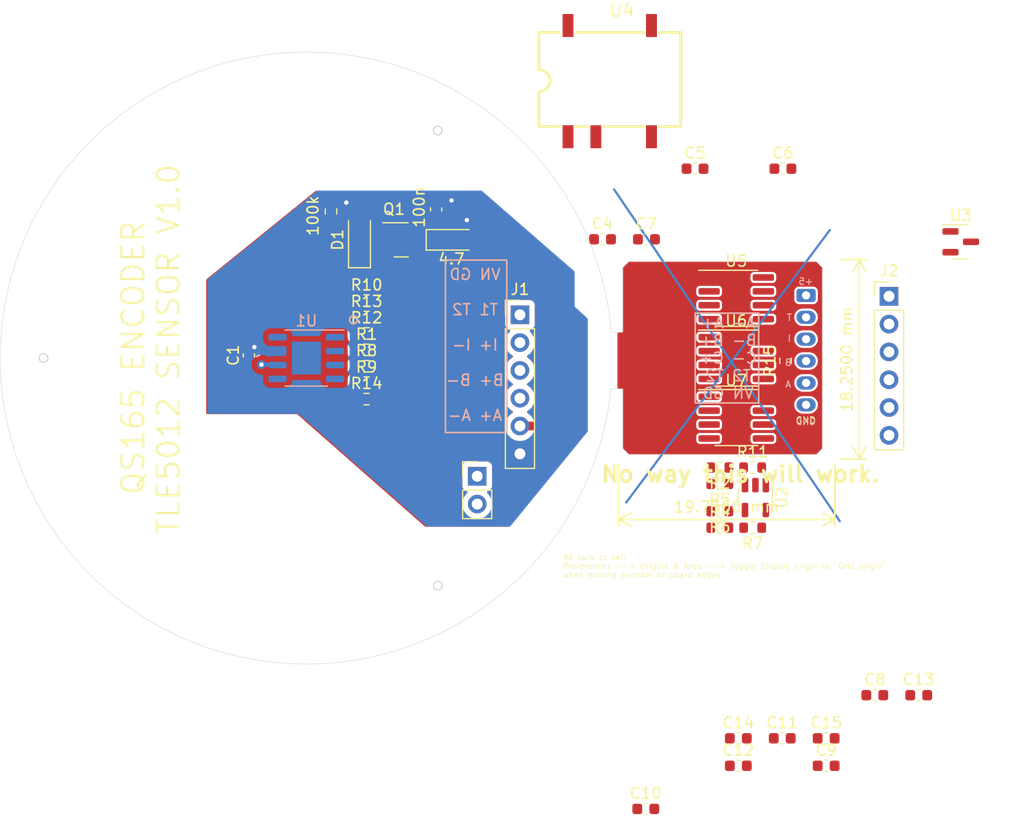
<source format=kicad_pcb>
(kicad_pcb (version 20211014) (generator pcbnew)
  (layers (0 "F.Cu" signal) (31 "B.Cu" signal) (34 "B.Paste" user) (35 "F.Paste" user) (36 "B.SilkS" user "B.Silkscreen") (37 "F.SilkS" user "F.Silkscreen") (38 "B.Mask" user) (39 "F.Mask" user) (44 "Edge.Cuts" user))
  (net 0 "")
  (net 1 "+5V")
  (net 2 "GND")
  (net 3 "_+5")
  (net 4 "VIN")
  (net 5 "Net-(D1-Pad2)")
  (net 12 "_TEMP")
  (net 16 "A+5V")
  (net 17 "AGND")
  (net 18 "B+5V")
  (net 19 "BGND")
  (net 20 "TEMP")
  (net 21 "TRM1")
  (net 22 "_GND")
  (net 23 "TRM2")
  (net 24 "Net-(R1-Pad1)")
  (net 25 "SCK")
  (net 26 "+3V3")
  (net 28 "ATRM1")
  (net 29 "ATRM2")
  (net 30 "Net-(R5-Pad1)")
  (net 31 "Net-(R6-Pad1)")
  (net 32 "Net-(R8-Pad1)")
  (net 33 "CSQ")
  (net 34 "Net-(R9-Pad1)")
  (net 35 "MOSI")
  (net 36 "Net-(R10-Pad1)")
  (net 37 "IFA")
  (net 38 "Net-(U1-Pad1)")
  (net 39 "IFC")
  (net 40 "Net-(U1-Pad8)")
  (net 41 "IFB")
  (net 42 "MISO")
  (net 43 "BMOSI")
  (net 44 "BMISO")
  (net 45 "BCSQ")
  (net 46 "BSCLK")
  (net 47 "ASCLK")
  (net 48 "ACSQ")
  (net 49 "AMISO")
  (net 50 "AMOSI")
  (footprint "Resistor_SMD:R_0603_1608Metric" (layer "F.Cu") (at 139.35 87.7 180)
    (fp_text reference "R5" (at 0 -1.43) (layer "F.SilkS"))
    (fp_text value "100k")
    (pad "1" smd roundrect (at -0.825 0 180) (size 0.8 0.95) (layers "F.Cu" "F.Paste" "F.Mask") (net 30 "Net-(R5-Pad1)"))
    (pad "2" smd roundrect (at 0.825 0 180) (size 0.8 0.95) (layers "F.Cu" "F.Paste" "F.Mask") (net 28 "ATRM1"))
  )
  (footprint "Resistor_SMD:R_0603_1608Metric" (layer "F.Cu") (at 107.1 78.45)
    (fp_text reference "R9" (at 0 -1.43) (layer "F.SilkS"))
    (fp_text value "470")
    (pad "1" smd roundrect (at -0.825 0) (size 0.8 0.95) (layers "F.Cu" "F.Paste" "F.Mask") (net 34 "Net-(R9-Pad1)"))
    (pad "2" smd roundrect (at 0.825 0) (size 0.8 0.95) (layers "F.Cu" "F.Paste" "F.Mask") (net 35 "MOSI"))
  )
  (footprint "Resistor_SMD:R_0603_1608Metric" (layer "F.Cu") (at 107.1 76.95)
    (fp_text reference "R8" (at 0 -1.43) (layer "F.SilkS"))
    (fp_text value "470")
    (pad "1" smd roundrect (at -0.825 0) (size 0.8 0.95) (layers "F.Cu" "F.Paste" "F.Mask") (net 32 "Net-(R8-Pad1)"))
    (pad "2" smd roundrect (at 0.825 0) (size 0.8 0.95) (layers "F.Cu" "F.Paste" "F.Mask") (net 33 "CSQ"))
  )
  (footprint "EASY_EDA:PWRM-SMD_B0505XT-1WR2" (layer "F.Cu") (at 129.3 50.9)
    (fp_text reference "U4" (at -0.127 -6.477) (layer "F.SilkS") (effects (font (size 1.143 1.143) (thickness 0.152)) (justify left)))
    (fp_text value "B0505T-1W" hide)
    (pad "1" smd rect (at -3.81 5.08) (size 1 2.1) (layers "F.Cu" "F.Paste" "F.Mask") (net 19 "BGND"))
    (pad "2" smd rect (at -1.27 5.08) (size 1 2.1) (layers "F.Cu" "F.Paste" "F.Mask") (net 18 "B+5V"))
    (pad "3" smd rect (at 3.81 5.08) (size 1 2.1) (layers "F.Cu" "F.Paste" "F.Mask") (net 17 "AGND"))
    (pad "4" smd rect (at 3.81 -5.08) (size 1 2.1) (layers "F.Cu" "F.Paste" "F.Mask") (net 16 "A+5V"))
    (pad "5" smd rect (at -3.81 -5.08) (size 1 2.1) (layers "F.Cu" "F.Paste" "F.Mask"))
  )
  (footprint "Capacitor_SMD:C_0603_1608Metric" (layer "F.Cu") (at 157.51 107)
    (fp_text reference "C13" (at 0 -1.43) (layer "F.SilkS"))
    (fp_text value "100n")
    (pad "1" smd roundrect (at -0.775 0) (size 0.9 0.95) (layers "F.Cu" "F.Paste" "F.Mask") (net 18 "B+5V"))
    (pad "2" smd roundrect (at 0.775 0) (size 0.9 0.95) (layers "F.Cu" "F.Paste" "F.Mask") (net 19 "BGND"))
  )
  (footprint "Capacitor_SMD:C_0603_1608Metric" (layer "F.Cu") (at 132.59 117.39)
    (fp_text reference "C10" (at 0 -1.43) (layer "F.SilkS"))
    (fp_text value "1uF")
    (pad "1" smd roundrect (at -0.775 0) (size 0.9 0.95) (layers "F.Cu" "F.Paste" "F.Mask") (net 16 "A+5V"))
    (pad "2" smd roundrect (at 0.775 0) (size 0.9 0.95) (layers "F.Cu" "F.Paste" "F.Mask") (net 17 "AGND"))
  )
  (footprint "Resistor_SMD:R_0603_1608Metric" (layer "F.Cu") (at 142.35 86.2)
    (fp_text reference "R11" (at 0 -1.43) (layer "F.SilkS"))
    (fp_text value "100k")
    (pad "1" smd roundrect (at -0.825 0) (size 0.8 0.95) (layers "F.Cu" "F.Paste" "F.Mask") (net 30 "Net-(R5-Pad1)"))
    (pad "2" smd roundrect (at 0.825 0) (size 0.8 0.95) (layers "F.Cu" "F.Paste" "F.Mask") (net 2 "GND"))
  )
  (footprint "Resistor_SMD:R_0603_1608Metric" (layer "F.Cu") (at 145.35 76.45 90)
    (fp_text reference "R15" (at 0 -1.43 90) (layer "F.SilkS"))
    (fp_text value "470")
    (pad "1" smd roundrect (at -0.825 0 90) (size 0.8 0.95) (layers "F.Cu" "F.Paste" "F.Mask") (net 43 "BMOSI"))
    (pad "2" smd roundrect (at 0.825 0 90) (size 0.8 0.95) (layers "F.Cu" "F.Paste" "F.Mask") (net 44 "BMISO"))
  )
  (footprint "Capacitor_SMD:C_0603_1608Metric" (layer "F.Cu") (at 145.11 58.9)
    (fp_text reference "C6" (at 0 -1.43) (layer "F.SilkS"))
    (fp_text value "100n")
    (pad "1" smd roundrect (at -0.775 0) (size 0.9 0.95) (layers "F.Cu" "F.Paste" "F.Mask") (net 18 "B+5V"))
    (pad "2" smd roundrect (at 0.775 0) (size 0.9 0.95) (layers "F.Cu" "F.Paste" "F.Mask") (net 19 "BGND"))
  )
  (footprint "Connector_JST:my_JST_1x06_P2.00mm_Vertical" (layer "F.Cu") (at 147.225 70.475 -90)
    (fp_text reference "J3" hide)
    (fp_text value "Conn_01x06")
    (pad "1" thru_hole roundrect (at 0 0 270) (size 1.2 1.75) (drill 0.75) (layers *.Cu *.Mask) (roundrect_rratio 0.208333) (net 3 "_+5"))
    (pad "2" thru_hole oval (at 2 0 270) (size 1.2 1.75) (drill 0.75) (layers *.Cu *.Mask) (net 12 "_TEMP"))
    (pad "3" thru_hole oval (at 4 0 270) (size 1.2 1.75) (drill 0.75) (layers *.Cu *.Mask))
    (pad "4" thru_hole oval (at 6 0 270) (size 1.2 1.75) (drill 0.75) (layers *.Cu *.Mask))
    (pad "5" thru_hole oval (at 8 0 270) (size 1.2 1.75) (drill 0.75) (layers *.Cu *.Mask))
    (pad "6" thru_hole oval (at 10 0 270) (size 1.2 1.75) (drill 0.75) (layers *.Cu *.Mask) (net 22 "_GND"))
  )
  (footprint "Capacitor_SMD:C_0603_1608Metric" (layer "F.Cu") (at 113.45 62.625 90)
    (fp_text reference "C2" hide)
    (fp_text value "100n" (at 0.225 -1.55 90) (layer "F.SilkS"))
    (pad "1" smd roundrect (at -0.775 0 90) (size 0.9 0.95) (layers "F.Cu" "F.Paste" "F.Mask") (net 4 "VIN"))
    (pad "2" smd roundrect (at 0.775 0 90) (size 0.9 0.95) (layers "F.Cu" "F.Paste" "F.Mask") (net 2 "GND"))
  )
  (footprint "Resistor_SMD:R_0603_1608Metric" (layer "F.Cu") (at 107.1 73.95)
    (fp_text reference "R12" (at 0 -1.43) (layer "F.SilkS"))
    (fp_text value "470")
    (pad "1" smd roundrect (at -0.825 0) (size 0.8 0.95) (layers "F.Cu" "F.Paste" "F.Mask") (net 38 "Net-(U1-Pad1)"))
    (pad "2" smd roundrect (at 0.825 0) (size 0.8 0.95) (layers "F.Cu" "F.Paste" "F.Mask") (net 39 "IFC"))
  )
  (footprint "Capacitor_SMD:C_0603_1608Metric" (layer "F.Cu") (at 137.09 58.9)
    (fp_text reference "C5" (at 0 -1.43) (layer "F.SilkS"))
    (fp_text value "100n")
    (pad "1" smd roundrect (at -0.775 0) (size 0.9 0.95) (layers "F.Cu" "F.Paste" "F.Mask") (net 16 "A+5V"))
    (pad "2" smd roundrect (at 0.775 0) (size 0.9 0.95) (layers "F.Cu" "F.Paste" "F.Mask") (net 17 "AGND"))
  )
  (footprint "Resistor_SMD:R_0603_1608Metric" (layer "F.Cu") (at 107.1 75.45)
    (fp_text reference "R1" (at 0 -1.43) (layer "F.SilkS"))
    (fp_text value "470")
    (pad "1" smd roundrect (at -0.825 0) (size 0.8 0.95) (layers "F.Cu" "F.Paste" "F.Mask") (net 24 "Net-(R1-Pad1)"))
    (pad "2" smd roundrect (at 0.825 0) (size 0.8 0.95) (layers "F.Cu" "F.Paste" "F.Mask") (net 25 "SCK"))
  )
  (footprint "Resistor_SMD:R_0603_1608Metric" (layer "F.Cu") (at 139.35 91.7)
    (fp_text reference "R4" (at 0 -1.43) (layer "F.SilkS"))
    (fp_text value "5.1k")
    (pad "1" smd roundrect (at -0.825 0) (size 0.8 0.95) (layers "F.Cu" "F.Paste" "F.Mask") (net 29 "ATRM2"))
    (pad "2" smd roundrect (at 0.825 0) (size 0.8 0.95) (layers "F.Cu" "F.Paste" "F.Mask") (net 2 "GND"))
  )
  (footprint "Capacitor_SMD:C_0603_1608Metric" (layer "F.Cu") (at 145.05 110.94)
    (fp_text reference "C11" (at 0 -1.43) (layer "F.SilkS"))
    (fp_text value "100n")
    (pad "1" smd roundrect (at -0.775 0) (size 0.9 0.95) (layers "F.Cu" "F.Paste" "F.Mask") (net 16 "A+5V"))
    (pad "2" smd roundrect (at 0.775 0) (size 0.9 0.95) (layers "F.Cu" "F.Paste" "F.Mask") (net 17 "AGND"))
  )
  (footprint "Capacitor_SMD:C_0603_1608Metric" (layer "F.Cu") (at 149.06 110.94)
    (fp_text reference "C15" (at 0 -1.43) (layer "F.SilkS"))
    (fp_text value "1uF")
    (pad "1" smd roundrect (at -0.775 0) (size 0.9 0.95) (layers "F.Cu" "F.Paste" "F.Mask") (net 18 "B+5V"))
    (pad "2" smd roundrect (at 0.775 0) (size 0.9 0.95) (layers "F.Cu" "F.Paste" "F.Mask") (net 19 "BGND"))
  )
  (footprint "Connector_PinHeader_2.54mm:PinHeader_1x02_P2.54mm_Vertical" (layer "F.Cu") (at 117.2 87)
    (fp_text reference "J4" hide)
    (fp_text value "Conn_01x02_Male" hide)
    (pad "1" thru_hole rect (at 0 0) (size 1.7 1.7) (drill 1) (layers *.Cu *.Mask) (net 21 "TRM1"))
    (pad "2" thru_hole oval (at 0 2.54) (size 1.7 1.7) (drill 1) (layers *.Cu *.Mask) (net 23 "TRM2"))
  )
  (footprint "Capacitor_SMD:C_0603_1608Metric" (layer "F.Cu") (at 141.04 113.45)
    (fp_text reference "C12" (at 0 -1.43) (layer "F.SilkS"))
    (fp_text value "100n")
    (pad "1" smd roundrect (at -0.775 0) (size 0.9 0.95) (layers "F.Cu" "F.Paste" "F.Mask") (net 18 "B+5V"))
    (pad "2" smd roundrect (at 0.775 0) (size 0.9 0.95) (layers "F.Cu" "F.Paste" "F.Mask") (net 19 "BGND"))
  )
  (footprint "Package_TO_SOT_SMD:SOT-23" (layer "F.Cu") (at 110.25 65.4)
    (fp_text reference "Q1" (at -0.65 -2.8) (layer "F.SilkS"))
    (fp_text value "Si2319CDS")
    (pad "1" smd roundrect (at -0.9375 -0.95) (size 1.475 0.6) (layers "F.Cu" "F.Paste" "F.Mask") (net 5 "Net-(D1-Pad2)"))
    (pad "2" smd roundrect (at -0.9375 0.95) (size 1.475 0.6) (layers "F.Cu" "F.Paste" "F.Mask") (net 1 "+5V"))
    (pad "3" smd roundrect (at 0.9375 0) (size 1.475 0.6) (layers "F.Cu" "F.Paste" "F.Mask") (net 4 "VIN"))
  )
  (footprint "Package_SO:SOIC-8_3.9x4.9mm_P1.27mm" (layer "F.Cu") (at 140.85 76.2)
    (fp_text reference "U6" (at 0 -3.4) (layer "F.SilkS"))
    (fp_text value "CA-IS3721C")
    (pad "1" smd roundrect (at -2.475 -1.905) (size 1.95 0.6) (layers "F.Cu" "F.Paste" "F.Mask") (net 16 "A+5V"))
    (pad "2" smd roundrect (at -2.475 -0.635) (size 1.95 0.6) (layers "F.Cu" "F.Paste" "F.Mask") (net 49 "AMISO"))
    (pad "3" smd roundrect (at -2.475 0.635) (size 1.95 0.6) (layers "F.Cu" "F.Paste" "F.Mask") (net 50 "AMOSI"))
    (pad "4" smd roundrect (at -2.475 1.905) (size 1.95 0.6) (layers "F.Cu" "F.Paste" "F.Mask") (net 17 "AGND"))
    (pad "5" smd roundrect (at 2.475 1.905) (size 1.95 0.6) (layers "F.Cu" "F.Paste" "F.Mask") (net 19 "BGND"))
    (pad "6" smd roundrect (at 2.475 0.635) (size 1.95 0.6) (layers "F.Cu" "F.Paste" "F.Mask") (net 43 "BMOSI"))
    (pad "7" smd roundrect (at 2.475 -0.635) (size 1.95 0.6) (layers "F.Cu" "F.Paste" "F.Mask") (net 44 "BMISO"))
    (pad "8" smd roundrect (at 2.475 -1.905) (size 1.95 0.6) (layers "F.Cu" "F.Paste" "F.Mask") (net 18 "B+5V"))
  )
  (footprint "Resistor_SMD:R_0603_1608Metric" (layer "F.Cu") (at 107.1 70.95)
    (fp_text reference "R10" (at 0 -1.43) (layer "F.SilkS"))
    (fp_text value "470")
    (pad "1" smd roundrect (at -0.825 0) (size 0.8 0.95) (layers "F.Cu" "F.Paste" "F.Mask") (net 36 "Net-(R10-Pad1)"))
    (pad "2" smd roundrect (at 0.825 0) (size 0.8 0.95) (layers "F.Cu" "F.Paste" "F.Mask") (net 37 "IFA"))
  )
  (footprint "Capacitor_SMD:C_0603_1608Metric" (layer "F.Cu") (at 128.64 65.35)
    (fp_text reference "C4" (at 0 -1.43) (layer "F.SilkS"))
    (fp_text value "100n")
    (pad "1" smd roundrect (at -0.775 0) (size 0.9 0.95) (layers "F.Cu" "F.Paste" "F.Mask") (net 16 "A+5V"))
    (pad "2" smd roundrect (at 0.775 0) (size 0.9 0.95) (layers "F.Cu" "F.Paste" "F.Mask") (net 17 "AGND"))
  )
  (footprint "Diode_SMD:D_MiniMELF" (layer "F.Cu") (at 106.45 65.4 90)
    (fp_text reference "D1" (at 0 -2 90) (layer "F.SilkS"))
    (fp_text value "BZV55B10")
    (pad "1" smd rect (at -1.75 0 90) (size 1.3 1.7) (layers "F.Cu" "F.Paste" "F.Mask") (net 1 "+5V"))
    (pad "2" smd rect (at 1.75 0 90) (size 1.3 1.7) (layers "F.Cu" "F.Paste" "F.Mask") (net 5 "Net-(D1-Pad2)"))
  )
  (footprint "Capacitor_SMD:C_0603_1608Metric" (layer "F.Cu") (at 96.35 75.95 90)
    (fp_text reference "C1" (at 0 -1.43 90) (layer "F.SilkS"))
    (fp_text value "100n")
    (pad "1" smd roundrect (at -0.775 0 90) (size 0.9 0.95) (layers "F.Cu" "F.Paste" "F.Mask") (net 1 "+5V"))
    (pad "2" smd roundrect (at 0.775 0 90) (size 0.9 0.95) (layers "F.Cu" "F.Paste" "F.Mask") (net 2 "GND"))
  )
  (footprint "Package_TO_SOT_SMD:SOT-23" (layer "F.Cu") (at 161.35 65.58)
    (fp_text reference "U3" (at 0 -2.4) (layer "F.SilkS"))
    (fp_text value "XC6206PxxxMR")
    (pad "1" smd roundrect (at -0.9375 -0.95) (size 1.475 0.6) (layers "F.Cu" "F.Paste" "F.Mask") (net 2 "GND"))
    (pad "2" smd roundrect (at -0.9375 0.95) (size 1.475 0.6) (layers "F.Cu" "F.Paste" "F.Mask") (net 26 "+3V3"))
    (pad "3" smd roundrect (at 0.9375 0) (size 1.475 0.6) (layers "F.Cu" "F.Paste" "F.Mask") (net 1 "+5V"))
  )
  (footprint "Package_TO_SOT_SMD:SOT-23-5" (layer "F.Cu") (at 142.6 88.95 -90)
    (fp_text reference "U2" (at 0 -2.4 90) (layer "F.SilkS"))
    (fp_text value "MCP6L01Rx-xOT")
    (pad "1" smd roundrect (at -1.1375 -0.95 270) (size 1.325 0.6) (layers "F.Cu" "F.Paste" "F.Mask") (net 20 "TEMP"))
    (pad "2" smd roundrect (at -1.1375 0 270) (size 1.325 0.6) (layers "F.Cu" "F.Paste" "F.Mask") (net 1 "+5V"))
    (pad "3" smd roundrect (at -1.1375 0.95 270) (size 1.325 0.6) (layers "F.Cu" "F.Paste" "F.Mask") (net 30 "Net-(R5-Pad1)"))
    (pad "4" smd roundrect (at 1.1375 0.95 270) (size 1.325 0.6) (layers "F.Cu" "F.Paste" "F.Mask") (net 31 "Net-(R6-Pad1)"))
    (pad "5" smd roundrect (at 1.1375 -0.95 270) (size 1.325 0.6) (layers "F.Cu" "F.Paste" "F.Mask") (net 2 "GND"))
  )
  (footprint "Capacitor_SMD:C_0603_1608Metric" (layer "F.Cu") (at 141.04 110.94)
    (fp_text reference "C14" (at 0 -1.43) (layer "F.SilkS"))
    (fp_text value "1uF")
    (pad "1" smd roundrect (at -0.775 0) (size 0.9 0.95) (layers "F.Cu" "F.Paste" "F.Mask") (net 18 "B+5V"))
    (pad "2" smd roundrect (at 0.775 0) (size 0.9 0.95) (layers "F.Cu" "F.Paste" "F.Mask") (net 19 "BGND"))
  )
  (footprint "Capacitor_SMD:C_0603_1608Metric" (layer "F.Cu") (at 153.5 107)
    (fp_text reference "C8" (at 0 -1.43) (layer "F.SilkS"))
    (fp_text value "100n")
    (pad "1" smd roundrect (at -0.775 0) (size 0.9 0.95) (layers "F.Cu" "F.Paste" "F.Mask") (net 16 "A+5V"))
    (pad "2" smd roundrect (at 0.775 0) (size 0.9 0.95) (layers "F.Cu" "F.Paste" "F.Mask") (net 17 "AGND"))
  )
  (footprint "Package_SO:SOIC-8_3.9x4.9mm_P1.27mm" (layer "F.Cu") (at 140.85 81.64)
    (fp_text reference "U7" (at 0 -3.4) (layer "F.SilkS"))
    (fp_text value "CA-IS3721C")
    (pad "1" smd roundrect (at -2.475 -1.905) (size 1.95 0.6) (layers "F.Cu" "F.Paste" "F.Mask") (net 16 "A+5V"))
    (pad "2" smd roundrect (at -2.475 -0.635) (size 1.95 0.6) (layers "F.Cu" "F.Paste" "F.Mask"))
    (pad "3" smd roundrect (at -2.475 0.635) (size 1.95 0.6) (layers "F.Cu" "F.Paste" "F.Mask"))
    (pad "4" smd roundrect (at -2.475 1.905) (size 1.95 0.6) (layers "F.Cu" "F.Paste" "F.Mask") (net 17 "AGND"))
    (pad "5" smd roundrect (at 2.475 1.905) (size 1.95 0.6) (layers "F.Cu" "F.Paste" "F.Mask") (net 19 "BGND"))
    (pad "6" smd roundrect (at 2.475 0.635) (size 1.95 0.6) (layers "F.Cu" "F.Paste" "F.Mask"))
    (pad "7" smd roundrect (at 2.475 -0.635) (size 1.95 0.6) (layers "F.Cu" "F.Paste" "F.Mask"))
    (pad "8" smd roundrect (at 2.475 -1.905) (size 1.95 0.6) (layers "F.Cu" "F.Paste" "F.Mask") (net 18 "B+5V"))
  )
  (footprint "Connector_PinHeader_2.54mm:PinHeader_1x06_P2.54mm_Vertical" (layer "F.Cu") (at 154.8 70.56)
    (fp_text reference "J2" (at 0 -2.33) (layer "F.SilkS"))
    (fp_text value "Conn_01x06_Male")
    (pad "1" thru_hole rect (at 0 0) (size 1.7 1.7) (drill 1) (layers *.Cu *.Mask))
    (pad "2" thru_hole oval (at 0 2.54) (size 1.7 1.7) (drill 1) (layers *.Cu *.Mask))
    (pad "3" thru_hole oval (at 0 5.08) (size 1.7 1.7) (drill 1) (layers *.Cu *.Mask))
    (pad "4" thru_hole oval (at 0 7.62) (size 1.7 1.7) (drill 1) (layers *.Cu *.Mask) (net 12 "_TEMP"))
    (pad "5" thru_hole oval (at 0 10.16) (size 1.7 1.7) (drill 1) (layers *.Cu *.Mask) (net 3 "_+5"))
    (pad "6" thru_hole oval (at 0 12.7) (size 1.7 1.7) (drill 1) (layers *.Cu *.Mask) (net 22 "_GND"))
  )
  (footprint "Capacitor_SMD:C_0603_1608Metric" (layer "F.Cu") (at 132.65 65.35)
    (fp_text reference "C7" (at 0 -1.43) (layer "F.SilkS"))
    (fp_text value "100n")
    (pad "1" smd roundrect (at -0.775 0) (size 0.9 0.95) (layers "F.Cu" "F.Paste" "F.Mask") (net 18 "B+5V"))
    (pad "2" smd roundrect (at 0.775 0) (size 0.9 0.95) (layers "F.Cu" "F.Paste" "F.Mask") (net 19 "BGND"))
  )
  (footprint "Capacitor_Tantalum_SMD:CP_EIA-3216-18_Kemet-A" (layer "F.Cu") (at 114.85 65.4)
    (fp_text reference "C3" hide)
    (fp_text value "4.7" (at 0 1.75) (layer "F.SilkS"))
    (pad "1" smd roundrect (at -1.35 0) (size 1.4 1.35) (layers "F.Cu" "F.Paste" "F.Mask") (roundrect_rratio 0.185185) (net 4 "VIN"))
    (pad "2" smd roundrect (at 1.35 0) (size 1.4 1.35) (layers "F.Cu" "F.Paste" "F.Mask") (roundrect_rratio 0.185185) (net 2 "GND"))
  )
  (footprint "Connector_PinHeader_2.54mm:PinHeader_1x06_P2.54mm_Vertical" (layer "F.Cu") (at 121.1 72.25)
    (fp_text reference "J1" (at 0 -2.33) (layer "F.SilkS"))
    (fp_text value "Conn_01x06_Male")
    (pad "1" thru_hole rect (at 0 0) (size 1.7 1.7) (drill 1) (layers *.Cu *.Mask))
    (pad "2" thru_hole oval (at 0 2.54) (size 1.7 1.7) (drill 1) (layers *.Cu *.Mask))
    (pad "3" thru_hole oval (at 0 5.08) (size 1.7 1.7) (drill 1) (layers *.Cu *.Mask))
    (pad "4" thru_hole oval (at 0 7.62) (size 1.7 1.7) (drill 1) (layers *.Cu *.Mask) (net 20 "TEMP"))
    (pad "5" thru_hole oval (at 0 10.16) (size 1.7 1.7) (drill 1) (layers *.Cu *.Mask) (net 4 "VIN"))
    (pad "6" thru_hole oval (at 0 12.7) (size 1.7 1.7) (drill 1) (layers *.Cu *.Mask) (net 2 "GND"))
  )
  (footprint "Resistor_SMD:R_0603_1608Metric" (layer "F.Cu") (at 107.1 79.95)
    (fp_text reference "R14" (at 0 -1.43) (layer "F.SilkS"))
    (fp_text value "470")
    (pad "1" smd roundrect (at -0.825 0) (size 0.8 0.95) (layers "F.Cu" "F.Paste" "F.Mask") (net 34 "Net-(R9-Pad1)"))
    (pad "2" smd roundrect (at 0.825 0) (size 0.8 0.95) (layers "F.Cu" "F.Paste" "F.Mask") (net 42 "MISO"))
  )
  (footprint "Resistor_SMD:R_0603_1608Metric" (layer "F.Cu") (at 142.35 91.7 180)
    (fp_text reference "R7" (at 0 -1.43) (layer "F.SilkS"))
    (fp_text value "100k")
    (pad "1" smd roundrect (at -0.825 0 180) (size 0.8 0.95) (layers "F.Cu" "F.Paste" "F.Mask") (net 20 "TEMP"))
    (pad "2" smd roundrect (at 0.825 0 180) (size 0.8 0.95) (layers "F.Cu" "F.Paste" "F.Mask") (net 31 "Net-(R6-Pad1)"))
  )
  (footprint "Resistor_SMD:R_0603_1608Metric" (layer "F.Cu") (at 107.1 72.45)
    (fp_text reference "R13" (at 0 -1.43) (layer "F.SilkS"))
    (fp_text value "470")
    (pad "1" smd roundrect (at -0.825 0) (size 0.8 0.95) (layers "F.Cu" "F.Paste" "F.Mask") (net 40 "Net-(U1-Pad8)"))
    (pad "2" smd roundrect (at 0.825 0) (size 0.8 0.95) (layers "F.Cu" "F.Paste" "F.Mask") (net 41 "IFB"))
  )
  (footprint "Package_SO:SOIC-8_3.9x4.9mm_P1.27mm" (layer "F.Cu") (at 140.85 70.74)
    (fp_text reference "U5" (at 0 -3.4) (layer "F.SilkS"))
    (fp_text value "CA-IS3720")
    (pad "1" smd roundrect (at -2.475 -1.905) (size 1.95 0.6) (layers "F.Cu" "F.Paste" "F.Mask") (net 18 "B+5V"))
    (pad "2" smd roundrect (at -2.475 -0.635) (size 1.95 0.6) (layers "F.Cu" "F.Paste" "F.Mask") (net 45 "BCSQ"))
    (pad "3" smd roundrect (at -2.475 0.635) (size 1.95 0.6) (layers "F.Cu" "F.Paste" "F.Mask") (net 46 "BSCLK"))
    (pad "4" smd roundrect (at -2.475 1.905) (size 1.95 0.6) (layers "F.Cu" "F.Paste" "F.Mask") (net 19 "BGND"))
    (pad "5" smd roundrect (at 2.475 1.905) (size 1.95 0.6) (layers "F.Cu" "F.Paste" "F.Mask") (net 17 "AGND"))
    (pad "6" smd roundrect (at 2.475 0.635) (size 1.95 0.6) (layers "F.Cu" "F.Paste" "F.Mask") (net 47 "ASCLK"))
    (pad "7" smd roundrect (at 2.475 -0.635) (size 1.95 0.6) (layers "F.Cu" "F.Paste" "F.Mask") (net 48 "ACSQ"))
    (pad "8" smd roundrect (at 2.475 -1.905) (size 1.95 0.6) (layers "F.Cu" "F.Paste" "F.Mask") (net 16 "A+5V"))
  )
  (footprint "Resistor_SMD:R_0603_1608Metric" (layer "F.Cu") (at 139.35 86.2 180)
    (fp_text reference "R2" (at 0 -1.43) (layer "F.SilkS"))
    (fp_text value "5.1k")
    (pad "1" smd roundrect (at -0.825 0 180) (size 0.8 0.95) (layers "F.Cu" "F.Paste" "F.Mask") (net 26 "+3V3"))
    (pad "2" smd roundrect (at 0.825 0 180) (size 0.8 0.95) (layers "F.Cu" "F.Paste" "F.Mask") (net 28 "ATRM1"))
  )
  (footprint "Capacitor_SMD:C_0603_1608Metric" (layer "F.Cu") (at 149.06 113.45)
    (fp_text reference "C9" (at 0 -1.43) (layer "F.SilkS"))
    (fp_text value "1uF")
    (pad "1" smd roundrect (at -0.775 0) (size 0.9 0.95) (layers "F.Cu" "F.Paste" "F.Mask") (net 16 "A+5V"))
    (pad "2" smd roundrect (at 0.775 0) (size 0.9 0.95) (layers "F.Cu" "F.Paste" "F.Mask") (net 17 "AGND"))
  )
  (footprint "Resistor_SMD:R_0603_1608Metric" (layer "F.Cu") (at 139.35 90.2 180)
    (fp_text reference "R6" (at 0 -1.43) (layer "F.SilkS"))
    (fp_text value "100k")
    (pad "1" smd roundrect (at -0.825 0 180) (size 0.8 0.95) (layers "F.Cu" "F.Paste" "F.Mask") (net 31 "Net-(R6-Pad1)"))
    (pad "2" smd roundrect (at 0.825 0 180) (size 0.8 0.95) (layers "F.Cu" "F.Paste" "F.Mask") (net 29 "ATRM2"))
  )
  (footprint "Resistor_SMD:R_0603_1608Metric" (layer "F.Cu") (at 103.85 62.8 90)
    (fp_text reference "R3" hide)
    (fp_text value "100k" (at -0.4 -1.65 90) (layer "F.SilkS"))
    (pad "1" smd roundrect (at -0.825 0 90) (size 0.8 0.95) (layers "F.Cu" "F.Paste" "F.Mask") (net 5 "Net-(D1-Pad2)"))
    (pad "2" smd roundrect (at 0.825 0 90) (size 0.8 0.95) (layers "F.Cu" "F.Paste" "F.Mask") (net 2 "GND"))
  )
  (footprint "Package_SO:Infineon_PG-DSO-8-27_3.9x4.9mm_EP2.65x3mm" (layer "B.Cu") (at 101.6 76.2 180)
    (fp_text reference "U1" (at 0 3.4) (layer "B.SilkS") (effects (justify mirror)))
    (fp_text value "TLE5012B")
    (pad "1" smd roundrect (at -2.625 1.905 180) (size 1.65 0.6) (layers "B.Cu" "B.Paste" "B.Mask") (net 38 "Net-(U1-Pad1)"))
    (pad "2" smd roundrect (at -2.625 0.635 180) (size 1.65 0.6) (layers "B.Cu" "B.Paste" "B.Mask") (net 24 "Net-(R1-Pad1)"))
    (pad "3" smd roundrect (at -2.625 -0.635 180) (size 1.65 0.6) (layers "B.Cu" "B.Paste" "B.Mask") (net 32 "Net-(R8-Pad1)"))
    (pad "4" smd roundrect (at -2.625 -1.905 180) (size 1.65 0.6) (layers "B.Cu" "B.Paste" "B.Mask") (net 34 "Net-(R9-Pad1)"))
    (pad "5" smd roundrect (at 2.625 -1.905 180) (size 1.65 0.6) (layers "B.Cu" "B.Paste" "B.Mask") (net 36 "Net-(R10-Pad1)"))
    (pad "6" smd roundrect (at 2.625 -0.635 180) (size 1.65 0.6) (layers "B.Cu" "B.Paste" "B.Mask") (net 1 "+5V"))
    (pad "7" smd roundrect (at 2.625 0.635 180) (size 1.65 0.6) (layers "B.Cu" "B.Paste" "B.Mask") (net 2 "GND"))
    (pad "8" smd roundrect (at 2.625 1.905 180) (size 1.65 0.6) (layers "B.Cu" "B.Paste" "B.Mask") (net 40 "Net-(U1-Pad8)"))
    (pad "9" smd rect (at 0 0 180) (size 2.65 3) (layers "B.Cu" "B.Mask"))
  )
  (gr_line (start 130.8 89.4) (end 149.4 64.5) (layer "B.Cu") (width 0.2))
  (gr_line (start 129.7 60.8) (end 150.3 91.1) (layer "B.Cu") (width 0.2))
  (gr_rect (start 114.3 83) (end 119.9 67.25) (layer "B.SilkS") (width 0.15) (fill none))
  (gr_circle (center 105.9 72.7) (end 105.6 72.9) (layer "B.SilkS") (width 0.15) (fill none))
  (gr_rect (start 142.9 72.1) (end 137.1 80.3) (layer "B.SilkS") (width 0.15) (fill none))
  (gr_line (start 77.390244 90.17762) (end 77.918818 91.05519) (layer "Edge.Cuts") (width 0.04))
  (gr_line (start 75.398376 66.455544) (end 75.058778 67.422268) (layer "Edge.Cuts") (width 0.04))
  (gr_line (start 111.481362 50.049684) (end 110.516416 49.705006) (layer "Edge.Cuts") (width 0.04))
  (gr_line (start 76.18222 64.56299) (end 75.773026 65.502028) (layer "Edge.Cuts") (width 0.04))
  (gr_line (start 89.170256 101.239574) (end 90.096086 101.678232) (layer "Edge.Cuts") (width 0.04))
  (gr_line (start 82.463386 96.57842) (end 83.2231 97.265744) (layer "Edge.Cuts") (width 0.04))
  (gr_line (start 83.2231 97.265744) (end 84.007452 97.925128) (layer "Edge.Cuts") (width 0.04))
  (gr_line (start 99.40671 48.33112) (end 98.3869 48.43018) (layer "Edge.Cuts") (width 0.04))
  (gr_line (start 108.126022 103.382572) (end 109.117638 103.12527) (layer "Edge.Cuts") (width 0.04))
  (gr_line (start 94.931738 103.348028) (end 95.930974 103.574088) (layer "Edge.Cuts") (width 0.04))
  (gr_line (start 128.04775 67.1449) (end 127.698246 66.181732) (layer "Edge.Cuts") (width 0.04))
  (gr_line (start 108.552234 49.123346) (end 107.555284 48.886618) (layer "Edge.Cuts") (width 0.04))
  (gr_line (start 88.64854 51.42611) (end 87.74938 51.917346) (layer "Edge.Cuts") (width 0.04))
  (gr_line (start 117.433852 99.238562) (end 118.26748 98.642678) (layer "Edge.Cuts") (width 0.04))
  (gr_line (start 119.86641 97.361756) (end 120.62968 96.678242) (layer "Edge.Cuts") (width 0.04))
  (gr_line (start 130.495415 67.935908) (end 130.495415 73.843645) (layer "Edge.Cuts") (width 0.04))
  (gr_line (start 105.538778 48.523906) (end 104.522016 48.398176) (layer "Edge.Cuts") (width 0.04))
  (gr_line (start 91.03741 102.0826) (end 91.992958 102.452424) (layer "Edge.Cuts") (width 0.04))
  (gr_line (start 96.938084 103.763572) (end 97.951036 103.915972) (layer "Edge.Cuts") (width 0.04))
  (gr_line (start 102.039166 104.151684) (end 103.06304 104.116632) (layer "Edge.Cuts") (width 0.04))
  (gr_line (start 113.370106 50.843688) (end 112.4331 50.429414) (layer "Edge.Cuts") (width 0.04))
  (gr_line (start 117.79377 53.413152) (end 116.94795 52.835048) (layer "Edge.Cuts") (width 0.04))
  (gr_line (start 123.045982 58.268362) (end 122.37466 57.494424) (layer "Edge.Cuts") (width 0.04))
  (gr_line (start 85.645752 99.15525) (end 86.497668 99.724464) (layer "Edge.Cuts") (width 0.04))
  (gr_line (start 85.168486 53.58384) (end 84.35086 54.201314) (layer "Edge.Cuts") (width 0.04))
  (gr_line (start 104.085136 104.044242) (end 105.103676 103.934514) (layer "Edge.Cuts") (width 0.04))
  (gr_line (start 77.102716 62.732666) (end 76.625704 63.639192) (layer "Edge.Cuts") (width 0.04))
  (gr_line (start 96.361758 48.74006) (end 95.358966 48.950626) (layer "Edge.Cuts") (width 0.04))
  (gr_line (start 106.55046 48.68672) (end 105.538778 48.523906) (layer "Edge.Cuts") (width 0.04))
  (gr_line (start 73.654666 75.468226) (end 73.646538 76.492862) (layer "Edge.Cuts") (width 0.04))
  (gr_line (start 131.04241 67.388913) (end 130.495415 67.935908) (layer "Edge.Cuts") (width 0.04))
  (gr_line (start 120.62968 96.678242) (end 121.367296 95.967296) (layer "Edge.Cuts") (width 0.04))
  (gr_line (start 91.992958 102.452424) (end 92.96146 102.786688) (layer "Edge.Cuts") (width 0.04))
  (gr_line (start 112.026954 102.137718) (end 112.97031 101.738176) (layer "Edge.Cuts") (width 0.04))
  (gr_line (start 127.902208 85.669374) (end 128.231646 84.699348) (layer "Edge.Cuts") (width 0.04))
  (gr_line (start 114.291364 51.291998) (end 113.370106 50.843688) (layer "Edge.Cuts") (width 0.04))
  (gr_circle (center 113.6 96.98461) (end 114 96.98461) (layer "Edge.Cuts") (width 0.1) (fill none))
  (gr_line (start 77.612748 61.84392) (end 77.102716 62.732666) (layer "Edge.Cuts") (width 0.04))
  (gr_line (start 122.078242 95.22968) (end 122.761756 94.46641) (layer "Edge.Cuts") (width 0.04))
  (gr_line (start 74.383646 82.583528) (end 74.635868 83.576668) (layer "Edge.Cuts") (width 0.04))
  (gr_line (start 95.358966 48.950626) (end 94.36481 49.197514) (layer "Edge.Cuts") (width 0.04))
  (gr_line (start 120.948958 56.023256) (end 120.19661 55.327804) (layer "Edge.Cuts") (width 0.04))
  (gr_line (start 129.086864 71.105522) (end 128.881886 70.101714) (layer "Edge.Cuts") (width 0.04))
  (gr_line (start 103.06304 104.116632) (end 104.085136 104.044242) (layer "Edge.Cuts") (width 0.04))
  (gr_line (start 79.691738 93.564202) (end 80.34274 94.355412) (layer "Edge.Cuts") (width 0.04))
  (gr_line (start 73.676002 77.516736) (end 73.743058 78.53934) (layer "Edge.Cuts") (width 0.04))
  (gr_line (start 125.95479 62.476888) (end 125.435614 61.593476) (layer "Edge.Cuts") (width 0.04))
  (gr_line (start 73.903586 72.406002) (end 73.78319 73.423526) (layer "Edge.Cuts") (width 0.04))
  (gr_line (start 127.31369 65.23228) (end 126.894336 64.297306) (layer "Edge.Cuts") (width 0.04))
  (gr_line (start 126.23673 89.410032) (end 126.704344 88.498426) (layer "Edge.Cuts") (width 0.04))
  (gr_line (start 90.096086 101.678232) (end 91.03741 102.0826) (layer "Edge.Cuts") (width 0.04))
  (gr_line (start 130.495415 73.843645) (end 129.4516 73.843645) (layer "Edge.Cuts") (width 0.04))
  (gr_line (start 148.716827 84.455613) (end 148.716827 67.935908) (layer "Edge.Cuts") (width 0.04))
  (gr_line (start 84.815172 98.555302) (end 85.645752 99.15525) (layer "Edge.Cuts") (width 0.04))
  (gr_line (start 74.754994 68.400676) (end 74.487278 69.389752) (layer "Edge.Cuts") (width 0.04))
  (gr_line (start 125.203204 91.179142) (end 125.73635 90.304112) (layer "Edge.Cuts") (width 0.04))
  (gr_line (start 122.761756 94.46641) (end 123.416822 93.678756) (layer "Edge.Cuts") (width 0.04))
  (gr_line (start 130.495415 79.008907) (end 130.495415 84.455613) (layer "Edge.Cuts") (width 0.04))
  (gr_line (start 126.4412 63.378334) (end 125.95479 62.476888) (layer "Edge.Cuts") (width 0.04))
  (gr_line (start 92.96146 102.786688) (end 93.941392 103.085392) (layer "Edge.Cuts") (width 0.04))
  (gr_line (start 109.539532 49.396142) (end 108.552234 49.123346) (layer "Edge.Cuts") (width 0.04))
  (gr_line (start 101.01453 104.14889) (end 102.039166 104.151684) (layer "Edge.Cuts") (width 0.04))
  (gr_line (start 84.007452 97.925128) (end 84.815172 98.555302) (layer "Edge.Cuts") (width 0.04))
  (gr_line (start 121.367296 95.967296) (end 122.078242 95.22968) (layer "Edge.Cuts") (width 0.04))
  (gr_line (start 93.380052 49.480724) (end 92.40647 49.800002) (layer "Edge.Cuts") (width 0.04))
  (gr_line (start 76.625704 63.639192) (end 76.18222 64.56299) (layer "Edge.Cuts") (width 0.04))
  (gr_line (start 106.117644 103.787448) (end 107.125516 103.603552) (layer "Edge.Cuts") (width 0.04))
  (gr_line (start 75.773026 65.502028) (end 75.398376 66.455544) (layer "Edge.Cuts") (width 0.04))
  (gr_line (start 128.231646 84.699348) (end 128.52527 83.717638) (layer "Edge.Cuts") (width 0.04))
  (gr_line (start 79.967328 58.493914) (end 79.33309 59.298332) (layer "Edge.Cuts") (width 0.04))
  (gr_line (start 129.386076 73.132442) (end 129.255012 72.116188) (layer "Edge.Cuts") (width 0.04))
  (gr_line (start 74.168 81.582006) (end 74.383646 82.583528) (layer "Edge.Cuts") (width 0.04))
  (gr_line (start 95.930974 103.574088) (end 96.938084 103.763572) (layer "Edge.Cuts") (width 0.04))
  (gr_line (start 73.743058 78.53934) (end 73.847452 79.558388) (layer "Edge.Cuts") (width 0.04))
  (gr_line (start 129.409362 79.008907) (end 130.495415 79.008907) (layer "Edge.Cuts") (width 0.04))
  (gr_line (start 78.155038 60.974732) (end 77.612748 61.84392) (layer "Edge.Cuts") (width 0.04))
  (gr_line (start 90.49766 50.544222) (end 89.564972 50.968148) (layer "Edge.Cuts") (width 0.04))
  (gr_line (start 76.002642 87.436452) (end 76.431648 88.366854) (layer "Edge.Cuts") (width 0.04))
  (gr_line (start 119.078756 98.016822) (end 119.86641 97.361756) (layer "Edge.Cuts") (width 0.04))
  (gr_line (start 127.537718 86.626954) (end 127.902208 85.669374) (layer "Edge.Cuts") (width 0.04))
  (gr_line (start 123.416822 93.678756) (end 124.042678 92.86748) (layer "Edge.Cuts") (width 0.04))
  (gr_line (start 98.3869 48.43018) (end 97.371408 48.566578) (layer "Edge.Cuts") (width 0.04))
  (gr_line (start 129.255012 72.116188) (end 129.086864 71.105522) (layer "Edge.Cuts") (width 0.04))
  (gr_line (start 86.869016 52.441348) (end 86.00821 52.9971) (layer "Edge.Cuts") (width 0.04))
  (gr_line (start 128.782572 82.726022) (end 129.003552 81.725516) (layer "Edge.Cuts") (width 0.04))
  (gr_line (start 87.74938 51.917346) (end 86.869016 52.441348) (layer "Edge.Cuts") (width 0.04))
  (gr_line (start 75.248516 85.531452) (end 75.60818 86.49081) (layer "Edge.Cuts") (width 0.04))
  (gr_line (start 148.716827 67.935908) (end 148.169832 67.388913) (layer "Edge.Cuts") (width 0.04))
  (gr_line (start 73.78319 73.423526) (end 73.700132 74.444606) (layer "Edge.Cuts") (width 0.04))
  (gr_line (start 81.022444 95.121984) (end 81.72958 95.86341) (layer "Edge.Cuts") (width 0.04))
  (gr_line (start 128.52527 83.717638) (end 128.782572 82.726022) (layer "Edge.Cuts") (width 0.04))
  (gr_line (start 114.810032 100.83673) (end 115.704112 100.33635) (layer "Edge.Cuts") (width 0.04))
  (gr_line (start 124.042678 92.86748) (end 124.638562 92.033852) (layer "Edge.Cuts") (width 0.04))
  (gr_line (start 118.26748 98.642678) (end 119.078756 98.016822) (layer "Edge.Cuts") (width 0.04))
  (gr_line (start 128.361948 68.120006) (end 128.04775 67.1449) (layer "Edge.Cuts") (width 0.04))
  (gr_line (start 86.00821 52.9971) (end 85.168486 53.58384) (layer "Edge.Cuts") (width 0.04))
  (gr_line (start 125.73635 90.304112) (end 126.23673 89.410032) (layer "Edge.Cuts") (width 0.04))
  (gr_line (start 127.138176 87.57031) (end 127.537718 86.626954) (layer "Edge.Cuts") (width 0.04))
  (gr_line (start 76.431648 88.366854) (end 76.894436 89.281) (layer "Edge.Cuts") (width 0.04))
  (gr_line (start 78.478888 91.912948) (end 79.0702 92.749624) (layer "Edge.Cuts") (width 0.04))
  (gr_line (start 118.618 54.021736) (end 117.79377 53.413152) (layer "Edge.Cuts") (width 0.04))
  (gr_line (start 104.522016 48.398176) (end 103.501444 48.309784) (layer "Edge.Cuts") (width 0.04))
  (gr_line (start 80.34274 94.355412) (end 81.022444 95.121984) (layer "Edge.Cuts") (width 0.04))
  (gr_line (start 78.72857 60.12561) (end 78.155038 60.974732) (layer "Edge.Cuts") (width 0.04))
  (gr_line (start 87.36965 100.261928) (end 88.260936 100.767388) (layer "Edge.Cuts") (width 0.04))
  (gr_line (start 130.495415 84.455613) (end 131.04241 85.002608) (layer "Edge.Cuts") (width 0.04))
  (gr_line (start 82.785966 55.523638) (end 82.040984 56.226964) (layer "Edge.Cuts") (width 0.04))
  (gr_line (start 81.72958 95.86341) (end 82.463386 96.57842) (layer "Edge.Cuts") (width 0.04))
  (gr_line (start 111.069374 102.502208) (end 112.026954 102.137718) (layer "Edge.Cuts") (width 0.04))
  (gr_line (start 129.334514 79.703676) (end 129.409362 79.008907) (layer "Edge.Cuts") (width 0.04))
  (gr_line (start 74.635868 83.576668) (end 74.924158 84.559648) (layer "Edge.Cuts") (width 0.04))
  (gr_line (start 126.704344 88.498426) (end 127.138176 87.57031) (layer "Edge.Cuts") (width 0.04))
  (gr_line (start 83.556348 54.847998) (end 82.785966 55.523638) (layer "Edge.Cuts") (width 0.04))
  (gr_line (start 123.688856 59.066176) (end 123.045982 58.268362) (layer "Edge.Cuts") (width 0.04))
  (gr_line (start 92.40647 49.800002) (end 91.445334 50.154586) (layer "Edge.Cuts") (width 0.04))
  (gr_line (start 124.884434 60.729876) (end 124.301758 59.887104) (layer "Edge.Cuts") (width 0.04))
  (gr_line (start 110.099348 102.831646) (end 111.069374 102.502208) (layer "Edge.Cuts") (width 0.04))
  (gr_line (start 99.99091 104.108758) (end 101.01453 104.14889) (layer "Edge.Cuts") (width 0.04))
  (gr_line (start 91.445334 50.154586) (end 90.49766 50.544222) (layer "Edge.Cuts") (width 0.04))
  (gr_line (start 116.081556 52.288186) (end 115.195604 51.773582) (layer "Edge.Cuts") (width 0.04))
  (gr_circle (center 77.6 76.2) (end 78 76.2) (layer "Edge.Cuts") (width 0.1) (fill none))
  (gr_line (start 77.918818 91.05519) (end 78.478888 91.912948) (layer "Edge.Cuts") (width 0.04))
  (gr_circle (center 113.6 55.41539) (end 114 55.41539) (layer "Edge.Cuts") (width 0.1) (fill none))
  (gr_line (start 89.564972 50.968148) (end 88.64854 51.42611) (layer "Edge.Cuts") (width 0.04))
  (gr_line (start 127.698246 66.181732) (end 127.31369 65.23228) (layer "Edge.Cuts") (width 0.04))
  (gr_line (start 73.847452 79.558388) (end 73.989184 80.573118) (layer "Edge.Cuts") (width 0.04))
  (gr_line (start 100.429314 48.269398) (end 99.40671 48.33112) (layer "Edge.Cuts") (width 0.04))
  (gr_line (start 75.60818 86.49081) (end 76.002642 87.436452) (layer "Edge.Cuts") (width 0.04))
  (gr_line (start 88.260936 100.767388) (end 89.170256 101.239574) (layer "Edge.Cuts") (width 0.04))
  (gr_line (start 124.301758 59.887104) (end 123.688856 59.066176) (layer "Edge.Cuts") (width 0.04))
  (gr_line (start 148.169832 85.002608) (end 148.716827 84.455613) (layer "Edge.Cuts") (width 0.04))
  (gr_line (start 93.941392 103.085392) (end 94.931738 103.348028) (layer "Edge.Cuts") (width 0.04))
  (gr_line (start 125.435614 61.593476) (end 124.884434 60.729876) (layer "Edge.Cuts") (width 0.04))
  (gr_line (start 110.516416 49.705006) (end 109.539532 49.396142) (layer "Edge.Cuts") (width 0.04))
  (gr_line (start 107.125516 103.603552) (end 108.126022 103.382572) (layer "Edge.Cuts") (width 0.04))
  (gr_line (start 105.103676 103.934514) (end 106.117644 103.787448) (layer "Edge.Cuts") (width 0.04))
  (gr_line (start 112.97031 101.738176) (end 113.898426 101.304344) (layer "Edge.Cuts") (width 0.04))
  (gr_line (start 124.638562 92.033852) (end 125.203204 91.179142) (layer "Edge.Cuts") (width 0.04))
  (gr_line (start 74.06132 71.393812) (end 73.903586 72.406002) (layer "Edge.Cuts") (width 0.04))
  (gr_line (start 94.36481 49.197514) (end 93.380052 49.480724) (layer "Edge.Cuts") (width 0.04))
  (gr_line (start 81.322164 56.95696) (end 80.630522 57.713118) (layer "Edge.Cuts") (width 0.04))
  (gr_line (start 79.33309 59.298332) (end 78.72857 60.12561) (layer "Edge.Cuts") (width 0.04))
  (gr_line (start 148.169832 67.388913) (end 131.04241 67.388913) (layer "Edge.Cuts") (width 0.04))
  (gr_line (start 74.924158 84.559648) (end 75.248516 85.531452) (layer "Edge.Cuts") (width 0.04))
  (gr_line (start 79.0702 92.749624) (end 79.691738 93.564202) (layer "Edge.Cuts") (width 0.04))
  (gr_line (start 128.640078 69.106288) (end 128.361948 68.120006) (layer "Edge.Cuts") (width 0.04))
  (gr_line (start 103.501444 48.309784) (end 102.478078 48.25873) (layer "Edge.Cuts") (width 0.04))
  (gr_line (start 73.646538 76.492862) (end 73.676002 77.516736) (layer "Edge.Cuts") (width 0.04))
  (gr_line (start 80.630522 57.713118) (end 79.967328 58.493914) (layer "Edge.Cuts") (width 0.04))
  (gr_line (start 113.898426 101.304344) (end 114.810032 100.83673) (layer "Edge.Cuts") (width 0.04))
  (gr_line (start 122.37466 57.494424) (end 121.675144 56.745632) (layer "Edge.Cuts") (width 0.04))
  (gr_line (start 82.040984 56.226964) (end 81.322164 56.95696) (layer "Edge.Cuts") (width 0.04))
  (gr_line (start 121.675144 56.745632) (end 120.948958 56.023256) (layer "Edge.Cuts") (width 0.04))
  (gr_line (start 129.187448 80.717644) (end 129.334514 79.703676) (layer "Edge.Cuts") (width 0.04))
  (gr_line (start 74.255884 70.387718) (end 74.06132 71.393812) (layer "Edge.Cuts") (width 0.04))
  (gr_line (start 74.487278 69.389752) (end 74.255884 70.387718) (layer "Edge.Cuts") (width 0.04))
  (gr_line (start 129.4516 73.843645) (end 129.386076 73.132442) (layer "Edge.Cuts") (width 0.04))
  (gr_line (start 129.003552 81.725516) (end 129.187448 80.717644) (layer "Edge.Cuts") (width 0.04))
  (gr_line (start 131.04241 85.002608) (end 148.169832 85.002608) (layer "Edge.Cuts") (width 0.04))
  (gr_line (start 84.35086 54.201314) (end 83.556348 54.847998) (layer "Edge.Cuts") (width 0.04))
  (gr_line (start 86.497668 99.724464) (end 87.36965 100.261928) (layer "Edge.Cuts") (width 0.04))
  (gr_line (start 101.453696 48.245268) (end 100.429314 48.269398) (layer "Edge.Cuts") (width 0.04))
  (gr_line (start 73.989184 80.573118) (end 74.168 81.582006) (layer "Edge.Cuts") (width 0.04))
  (gr_line (start 120.19661 55.327804) (end 119.419116 54.660292) (layer "Edge.Cuts") (width 0.04))
  (gr_line (start 76.894436 89.281) (end 77.390244 90.17762) (layer "Edge.Cuts") (width 0.04))
  (gr_line (start 102.478078 48.25873) (end 101.453696 48.245268) (layer "Edge.Cuts") (width 0.04))
  (gr_line (start 97.951036 103.915972) (end 98.969322 104.031034) (layer "Edge.Cuts") (width 0.04))
  (gr_line (start 112.4331 50.429414) (end 111.481362 50.049684) (layer "Edge.Cuts") (width 0.04))
  (gr_line (start 107.555284 48.886618) (end 106.55046 48.68672) (layer "Edge.Cuts") (width 0.04))
  (gr_line (start 73.700132 74.444606) (end 73.654666 75.468226) (layer "Edge.Cuts") (width 0.04))
  (gr_line (start 109.117638 103.12527) (end 110.099348 102.831646) (layer "Edge.Cuts") (width 0.04))
  (gr_line (start 116.94795 52.835048) (end 116.081556 52.288186) (layer "Edge.Cuts") (width 0.04))
  (gr_line (start 115.195604 51.773582) (end 114.291364 51.291998) (layer "Edge.Cuts") (width 0.04))
  (gr_line (start 97.371408 48.566578) (end 96.361758 48.74006) (layer "Edge.Cuts") (width 0.04))
  (gr_line (start 116.579142 99.803204) (end 117.433852 99.238562) (layer "Edge.Cuts") (width 0.04))
  (gr_line (start 115.704112 100.33635) (end 116.579142 99.803204) (layer "Edge.Cuts") (width 0.04))
  (gr_line (start 119.419116 54.660292) (end 118.618 54.021736) (layer "Edge.Cuts") (width 0.04))
  (gr_line (start 128.881886 70.101714) (end 128.640078 69.106288) (layer "Edge.Cuts") (width 0.04))
  (gr_line (start 126.894336 64.297306) (end 126.4412 63.378334) (layer "Edge.Cuts") (width 0.04))
  (gr_line (start 98.969322 104.031034) (end 99.99091 104.108758) (layer "Edge.Cuts") (width 0.04))
  (gr_line (start 75.058778 67.422268) (end 74.754994 68.400676) (layer "Edge.Cuts") (width 0.04))
  (gr_text "A" (at 145.6 78.6) (layer "B.SilkS") (effects (font (size 0.6 0.6) (thickness 0.1))))
  (gr_text "T" (at 145.7 72.5) (layer "B.SilkS") (effects (font (size 0.6 0.6) (thickness 0.1))))
  (gr_text "B" (at 145.6 76.6) (layer "B.SilkS") (effects (font (size 0.6 0.6) (thickness 0.1)) (justify mirror)))
  (gr_text "GND\n" (at 147.2 82) (layer "B.SilkS") (effects (font (size 0.6 0.6) (thickness 0.1)) (justify mirror)))
  (gr_text "I" (at 145.7 74.4) (layer "B.SilkS") (effects (font (size 0.6 0.6) (thickness 0.1))))
  (gr_text "A- A+\nB- B+\nC- C+\nT2 T2\nVN GD" (at 140.1 76.2) (layer "B.SilkS") (effects (font (size 1 1)) (justify mirror)))
  (gr_text "VN GD\n\nT1 T2\n\nI+ I-\n\nB+ B-\n\nA+ A-" (at 117 75) (layer "B.SilkS") (effects (font (size 1 1)) (justify mirror)))
  (gr_text "+5\n" (at 147.2 69.2) (layer "B.SilkS") (effects (font (size 0.6 0.6) (thickness 0.1)) (justify mirror)))
  (gr_text "GND\n" (at 147.2 81.9) (layer "F.SilkS") (effects (font (size 0.6 0.6) (thickness 0.1))))
  (gr_text "QS165 ENCODER \nTLE5012 SENSOR V1.0" (at 87.4 75.4 90) (layer "F.SilkS") (effects (font (size 2 2) (thickness 0.2))))
  (gr_text "Be sure to set:\nPreferences --> Origins & Axes --> toggle Display origin to {dblquote}Grid origin{dblquote}\nwhen moving encoder or board edges" (at 125 95.2) (layer "F.SilkS") (effects (font (size 0.5 0.5) (thickness 0.05)) (justify left)))
  (gr_text "No way this will work. " (at 141.8 86.8) (layer "F.SilkS") (effects (font (size 1.5 1.5) (thickness 0.3))))
  (dimension (type aligned) (layer "F.SilkS") (pts (xy 130.1 85.45) (xy 149.85 85.45)) (height 5.5) (gr_text "19.7500 mm" (at 139.975 89.8) (layer "F.SilkS") (effects (font (size 1 1) (thickness 0.15)))) (format (units 3) (units_format 1) (precision 4)) (style (thickness 0.15) (arrow_length 1.27) (text_position_mode 0) (extension_height 0.58642) (extension_offset 0.5) keep_text_aligned))
  (dimension (type aligned) (layer "F.SilkS") (pts (xy 149.85 67.2) (xy 149.85 85.45)) (height -2.25) (gr_text "18.2500 mm" (at 150.95 76.325 90) (layer "F.SilkS") (effects (font (size 1 1) (thickness 0.15)))) (format (units 3) (units_format 1) (precision 4)) (style (thickness 0.15) (arrow_length 1.27) (text_position_mode 0) (extension_height 0.58642) (extension_offset 0.5) keep_text_aligned))
  (segment (start 96.35 76.725) (end 96.425 76.8) (width 0.4) (layer "F.Cu") (net 1))
  (segment (start 96.425 76.8) (end 97.5 76.8) (width 0.4) (layer "F.Cu") (net 1))
  (segment (start 108.5125 67.15) (end 109.3125 66.35) (width 0.8) (layer "F.Cu") (net 1))
  (segment (start 106.45 67.15) (end 108.5125 67.15) (width 0.8) (layer "F.Cu") (net 1))
  (via (at 97.5 76.8) (size 0.8) (drill 0.4) (layers "F.Cu" "B.Cu") (net 1))
  (segment (start 99.09 76.8) (end 99.125 76.835) (width 0.4) (layer "B.Cu") (net 1))
  (segment (start 97.5 76.8) (end 99.09 76.8) (width 0.4) (layer "B.Cu") (net 1))
  (segment (start 105.225 61.975) (end 105.25 62) (width 0.8) (layer "F.Cu") (net 2))
  (segment (start 116.2 63.65) (end 116.25 63.6) (width 0.8) (layer "F.Cu") (net 2))
  (segment (start 116.2 65.4) (end 116.2 63.65) (width 0.8) (layer "F.Cu") (net 2))
  (segment (start 96.35 75.175) (end 96.825 75.175) (width 0.25) (layer "F.Cu") (net 2))
  (segment (start 113.45 61.85) (end 114.8 61.85) (width 0.8) (layer "F.Cu") (net 2))
  (segment (start 103.85 61.975) (end 105.225 61.975) (width 0.8) (layer "F.Cu") (net 2))
  (segment (start 114.8 61.85) (end 114.85 61.8) (width 0.8) (layer "F.Cu") (net 2))
  (segment (start 96.825 75.175) (end 96.85 75.2) (width 0.25) (layer "F.Cu") (net 2))
  (via (at 114.85 61.8) (size 0.8) (drill 0.4) (layers "F.Cu" "B.Cu") (net 2))
  (via (at 96.85 75.2) (size 0.8) (drill 0.4) (layers "F.Cu" "B.Cu") (net 2))
  (via (at 105.25 62) (size 0.8) (drill 0.4) (layers "F.Cu" "B.Cu") (net 2))
  (via (at 116.25 63.6) (size 0.8) (drill 0.4) (layers "F.Cu" "B.Cu") (net 2))
  (segment (start 113.5 65.4) (end 111.1875 65.4) (width 0.8) (layer "F.Cu") (net 4))
  (segment (start 123.875 70.115) (end 123.875 69.125) (width 0.8) (layer "F.Cu") (net 4))
  (segment (start 123.9 70.14) (end 123.9 81.7) (width 0.8) (layer "F.Cu") (net 4))
  (segment (start 115 68) (end 122.75 68) (width 0.8) (layer "F.Cu") (net 4))
  (segment (start 123.875 70.115) (end 123.9 70.14) (width 0.8) (layer "F.Cu") (net 4))
  (segment (start 123.9 81.7) (end 123.19 82.41) (width 0.8) (layer "F.Cu") (net 4))
  (segment (start 123.19 82.41) (end 121.1 82.41) (width 0.8) (layer "F.Cu") (net 4))
  (segment (start 113.5 63.45) (end 113.45 63.4) (width 0.8) (layer "F.Cu") (net 4))
  (segment (start 113.5 65.4) (end 113.5 63.45) (width 0.8) (layer "F.Cu") (net 4))
  (segment (start 122.75 68) (end 123.875 69.125) (width 0.8) (layer "F.Cu") (net 4))
  (segment (start 113.5 65.4) (end 113.5 66.5) (width 0.8) (layer "F.Cu") (net 4))
  (segment (start 113.5 66.5) (end 115 68) (width 0.8) (layer "F.Cu") (net 4))
  (segment (start 106.45 63.65) (end 103.875 63.65) (width 0.8) (layer "F.Cu") (net 5))
  (segment (start 107.25 64.45) (end 106.45 63.65) (width 0.8) (layer "F.Cu") (net 5))
  (segment (start 109.3125 64.45) (end 107.25 64.45) (width 0.8) (layer "F.Cu") (net 5))
  (segment (start 103.875 63.65) (end 103.85 63.625) (width 0.8) (layer "F.Cu") (net 5))
  (zone (net 1) (net_name "+5V") (layer "F.Cu") (connect_pads yes (clearance 0.508)) (min_thickness 0.254) (fill yes (thermal_gap 0.508) (thermal_bridge_width 0.508))
    (polygon (pts (xy 125.958485 68.321293) (xy 125.958485 71.521293) (xy 127.158485 72.621293) (xy 127.158485 82.921293) (xy 120.058485 91.621293) (xy 112.458485 91.621293) (xy 100.758485 81.321293) (xy 92.458485 81.321293) (xy 92.458485 69.021293) (xy 102.458485 60.921293) (xy 117.458485 60.921293)))
  )
  (zone (net 18) (net_name "B+5V") (layer "F.Cu") (connect_pads yes (clearance 0)) (min_thickness 0.254) (fill yes (thermal_gap 0.508) (thermal_bridge_width 0.508))
    (polygon (pts (xy 149.8 85.2) (xy 130 85.2) (xy 130 67) (xy 149.8 67)))
  )
  (zone (net 2) (net_name "GND") (layer "B.Cu") (connect_pads yes (clearance 0.508)) (min_thickness 0.254) (fill yes (thermal_gap 0.508) (thermal_bridge_width 0.508))
    (polygon (pts (xy 126.1 68.3) (xy 126.1 71.5) (xy 127.3 72.6) (xy 127.3 82.9) (xy 120.2 91.6) (xy 112.6 91.6) (xy 100.9 81.3) (xy 92.6 81.3) (xy 92.6 69) (xy 102.6 60.9) (xy 117.6 60.9)))
  )
)
</source>
